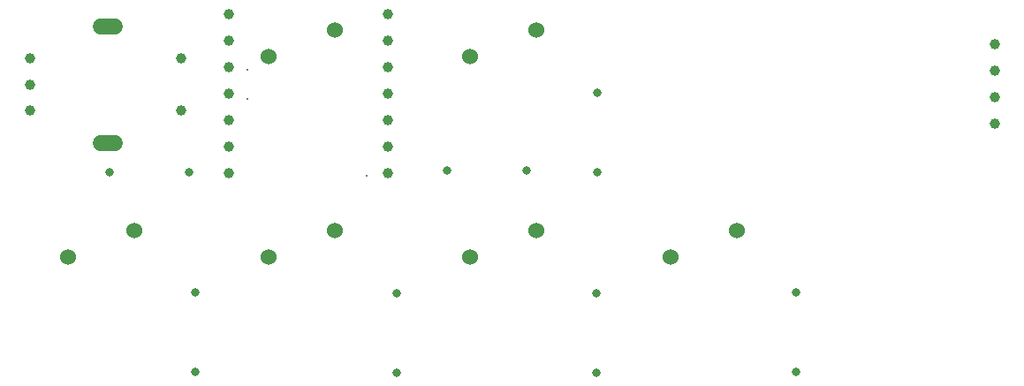
<source format=gbr>
%TF.GenerationSoftware,KiCad,Pcbnew,8.0.6*%
%TF.CreationDate,2024-10-22T23:25:17+01:00*%
%TF.ProjectId,hello22,68656c6c-6f32-4322-9e6b-696361645f70,rev?*%
%TF.SameCoordinates,Original*%
%TF.FileFunction,Plated,1,2,PTH,Mixed*%
%TF.FilePolarity,Positive*%
%FSLAX46Y46*%
G04 Gerber Fmt 4.6, Leading zero omitted, Abs format (unit mm)*
G04 Created by KiCad (PCBNEW 8.0.6) date 2024-10-22 23:25:17*
%MOMM*%
%LPD*%
G01*
G04 APERTURE LIST*
%TA.AperFunction,ViaDrill*%
%ADD10C,0.300000*%
%TD*%
%TA.AperFunction,ComponentDrill*%
%ADD11C,0.800000*%
%TD*%
%TA.AperFunction,ComponentDrill*%
%ADD12C,1.000000*%
%TD*%
G04 aperture for slot hole*
%TA.AperFunction,ComponentDrill*%
%ADD13C,1.500000*%
%TD*%
%TA.AperFunction,ComponentDrill*%
%ADD14C,1.524000*%
%TD*%
G04 APERTURE END LIST*
D10*
X80772000Y-104648000D03*
X80772000Y-107442000D03*
X92202000Y-114808000D03*
D11*
%TO.C,D2*%
X67564000Y-114427000D03*
X75184000Y-114427000D03*
%TO.C,D1*%
X75717400Y-125984000D03*
X75717400Y-133604000D03*
%TO.C,D6*%
X95046800Y-126034800D03*
X95046800Y-133654800D03*
%TO.C,D5*%
X99847400Y-114274600D03*
X107467400Y-114274600D03*
%TO.C,D8*%
X114223800Y-126034800D03*
X114223800Y-133654800D03*
%TO.C,D7*%
X114274600Y-106807000D03*
X114274600Y-114427000D03*
%TO.C,D9*%
X133350000Y-125984000D03*
X133350000Y-133604000D03*
D12*
%TO.C,SW5*%
X59875000Y-103550000D03*
X59875000Y-106050000D03*
X59875000Y-108550000D03*
X74375000Y-103550000D03*
X74375000Y-108550000D03*
%TO.C,U1*%
X78984000Y-99263200D03*
X78984000Y-101803200D03*
X78984000Y-104343200D03*
X78984000Y-106883200D03*
X78984000Y-109423200D03*
X78984000Y-111963200D03*
X78984000Y-114503200D03*
X94234000Y-99263200D03*
X94234000Y-101803200D03*
X94234000Y-104343200D03*
X94234000Y-106883200D03*
X94234000Y-109423200D03*
X94234000Y-111963200D03*
X94234000Y-114503200D03*
%TO.C,U2*%
X152365000Y-102180000D03*
X152365000Y-104720000D03*
X152365000Y-107260000D03*
X152365000Y-109800000D03*
D13*
%TO.C,SW5*%
X68025000Y-100450000D02*
X66725000Y-100450000D01*
X68025000Y-111650000D02*
X66725000Y-111650000D01*
D14*
%TO.C,SW1*%
X63565000Y-122585000D03*
X69915000Y-120045000D03*
%TO.C,SW2*%
X82815000Y-103335000D03*
%TO.C,SW3*%
X82815000Y-122585000D03*
%TO.C,SW2*%
X89165000Y-100795000D03*
%TO.C,SW3*%
X89165000Y-120045000D03*
%TO.C,SW4*%
X102065000Y-103335000D03*
%TO.C,SW6*%
X102065000Y-122585000D03*
%TO.C,SW4*%
X108415000Y-100795000D03*
%TO.C,SW6*%
X108415000Y-120045000D03*
%TO.C,SW7*%
X121315000Y-122585000D03*
X127665000Y-120045000D03*
M02*

</source>
